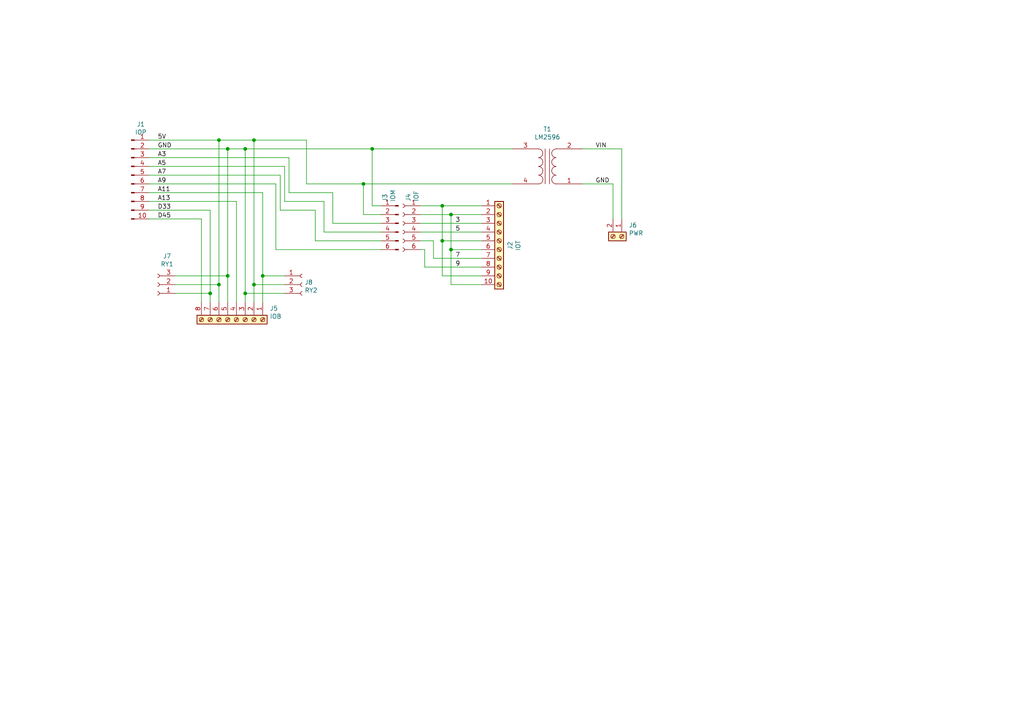
<source format=kicad_sch>
(kicad_sch (version 20230121) (generator eeschema)
  (paper "A4")
  (lib_symbols
    (symbol "Connector:Screw_Terminal_01x02" (pin_names (offset 1.016) hide)
      (property "Reference" "J" (at 0 2.54 0))
      (property "Value" "Screw_Terminal_01x02" (at 0 -5.08 0))
      (symbol "Screw_Terminal_01x02_1_1"
        (rectangle (start -1.27 1.27) (end 1.27 -3.81) (stroke (width 0.254)) (fill (type background)))
        (circle (center 0 -2.54) (radius 0.635) (stroke (width 0.1524)))
        (polyline (pts (xy -0.5334 -2.2098) (xy 0.3302 -3.048)) (stroke (width 0.1524)))
        (polyline (pts (xy -0.5334 0.3302) (xy 0.3302 -0.508)) (stroke (width 0.1524)))
        (polyline (pts (xy -0.3556 -2.032) (xy 0.508 -2.8702)) (stroke (width 0.1524)))
        (polyline (pts (xy -0.3556 0.508) (xy 0.508 -0.3302)) (stroke (width 0.1524)))
        (circle (center 0 0) (radius 0.635) (stroke (width 0.1524)))
        (pin passive line (at -5.08 0 0) (length 3.81) (name "Pin_1") (number "1"))
        (pin passive line (at -5.08 -2.54 0) (length 3.81) (name "Pin_2") (number "2"))
      )
    )
    (symbol "Connector:Screw_Terminal_01x08" (pin_names (offset 1.016) hide)
      (property "Reference" "J" (at 0 10.16 0))
      (property "Value" "Screw_Terminal_01x08" (at 0 -12.7 0))
      (symbol "Screw_Terminal_01x08_1_1"
        (rectangle (start -1.27 8.89) (end 1.27 -11.43) (stroke (width 0.254)) (fill (type background)))
        (circle (center 0 -10.16) (radius 0.635) (stroke (width 0.1524)))
        (circle (center 0 -7.62) (radius 0.635) (stroke (width 0.1524)))
        (circle (center 0 -5.08) (radius 0.635) (stroke (width 0.1524)))
        (circle (center 0 -2.54) (radius 0.635) (stroke (width 0.1524)))
        (polyline (pts (xy -0.5334 -9.8298) (xy 0.3302 -10.668)) (stroke (width 0.1524)))
        (polyline (pts (xy -0.5334 -7.2898) (xy 0.3302 -8.128)) (stroke (width 0.1524)))
        (polyline (pts (xy -0.5334 -4.7498) (xy 0.3302 -5.588)) (stroke (width 0.1524)))
        (polyline (pts (xy -0.5334 -2.2098) (xy 0.3302 -3.048)) (stroke (width 0.1524)))
        (polyline (pts (xy -0.5334 0.3302) (xy 0.3302 -0.508)) (stroke (width 0.1524)))
        (polyline (pts (xy -0.5334 2.8702) (xy 0.3302 2.032)) (stroke (width 0.1524)))
        (polyline (pts (xy -0.5334 5.4102) (xy 0.3302 4.572)) (stroke (width 0.1524)))
        (polyline (pts (xy -0.5334 7.9502) (xy 0.3302 7.112)) (stroke (width 0.1524)))
        (polyline (pts (xy -0.3556 -9.652) (xy 0.508 -10.4902)) (stroke (width 0.1524)))
        (polyline (pts (xy -0.3556 -7.112) (xy 0.508 -7.9502)) (stroke (width 0.1524)))
        (polyline (pts (xy -0.3556 -4.572) (xy 0.508 -5.4102)) (stroke (width 0.1524)))
        (polyline (pts (xy -0.3556 -2.032) (xy 0.508 -2.8702)) (stroke (width 0.1524)))
        (polyline (pts (xy -0.3556 0.508) (xy 0.508 -0.3302)) (stroke (width 0.1524)))
        (polyline (pts (xy -0.3556 3.048) (xy 0.508 2.2098)) (stroke (width 0.1524)))
        (polyline (pts (xy -0.3556 5.588) (xy 0.508 4.7498)) (stroke (width 0.1524)))
        (polyline (pts (xy -0.3556 8.128) (xy 0.508 7.2898)) (stroke (width 0.1524)))
        (circle (center 0 0) (radius 0.635) (stroke (width 0.1524)))
        (circle (center 0 2.54) (radius 0.635) (stroke (width 0.1524)))
        (circle (center 0 5.08) (radius 0.635) (stroke (width 0.1524)))
        (circle (center 0 7.62) (radius 0.635) (stroke (width 0.1524)))
        (pin passive line (at -5.08 7.62 0) (length 3.81) (name "Pin_1") (number "1"))
        (pin passive line (at -5.08 5.08 0) (length 3.81) (name "Pin_2") (number "2"))
        (pin passive line (at -5.08 2.54 0) (length 3.81) (name "Pin_3") (number "3"))
        (pin passive line (at -5.08 0 0) (length 3.81) (name "Pin_4") (number "4"))
        (pin passive line (at -5.08 -2.54 0) (length 3.81) (name "Pin_5") (number "5"))
        (pin passive line (at -5.08 -5.08 0) (length 3.81) (name "Pin_6") (number "6"))
        (pin passive line (at -5.08 -7.62 0) (length 3.81) (name "Pin_7") (number "7"))
        (pin passive line (at -5.08 -10.16 0) (length 3.81) (name "Pin_8") (number "8"))
      )
    )
    (symbol "Connector:Screw_Terminal_01x10" (pin_names (offset 1.016) hide)
      (property "Reference" "J" (at 0 12.7 0))
      (property "Value" "Screw_Terminal_01x10" (at 0 -15.24 0))
      (symbol "Screw_Terminal_01x10_1_1"
        (rectangle (start -1.27 11.43) (end 1.27 -13.97) (stroke (width 0.254)) (fill (type background)))
        (circle (center 0 -12.7) (radius 0.635) (stroke (width 0.1524)))
        (circle (center 0 -10.16) (radius 0.635) (stroke (width 0.1524)))
        (circle (center 0 -7.62) (radius 0.635) (stroke (width 0.1524)))
        (circle (center 0 -5.08) (radius 0.635) (stroke (width 0.1524)))
        (circle (center 0 -2.54) (radius 0.635) (stroke (width 0.1524)))
        (polyline (pts (xy -0.5334 -12.3698) (xy 0.3302 -13.208)) (stroke (width 0.1524)))
        (polyline (pts (xy -0.5334 -9.8298) (xy 0.3302 -10.668)) (stroke (width 0.1524)))
        (polyline (pts (xy -0.5334 -7.2898) (xy 0.3302 -8.128)) (stroke (width 0.1524)))
        (polyline (pts (xy -0.5334 -4.7498) (xy 0.3302 -5.588)) (stroke (width 0.1524)))
        (polyline (pts (xy -0.5334 -2.2098) (xy 0.3302 -3.048)) (stroke (width 0.1524)))
        (polyline (pts (xy -0.5334 0.3302) (xy 0.3302 -0.508)) (stroke (width 0.1524)))
        (polyline (pts (xy -0.5334 2.8702) (xy 0.3302 2.032)) (stroke (width 0.1524)))
        (polyline (pts (xy -0.5334 5.4102) (xy 0.3302 4.572)) (stroke (width 0.1524)))
        (polyline (pts (xy -0.5334 7.9502) (xy 0.3302 7.112)) (stroke (width 0.1524)))
        (polyline (pts (xy -0.5334 10.4902) (xy 0.3302 9.652)) (stroke (width 0.1524)))
        (polyline (pts (xy -0.3556 -12.192) (xy 0.508 -13.0302)) (stroke (width 0.1524)))
        (polyline (pts (xy -0.3556 -9.652) (xy 0.508 -10.4902)) (stroke (width 0.1524)))
        (polyline (pts (xy -0.3556 -7.112) (xy 0.508 -7.9502)) (stroke (width 0.1524)))
        (polyline (pts (xy -0.3556 -4.572) (xy 0.508 -5.4102)) (stroke (width 0.1524)))
        (polyline (pts (xy -0.3556 -2.032) (xy 0.508 -2.8702)) (stroke (width 0.1524)))
        (polyline (pts (xy -0.3556 0.508) (xy 0.508 -0.3302)) (stroke (width 0.1524)))
        (polyline (pts (xy -0.3556 3.048) (xy 0.508 2.2098)) (stroke (width 0.1524)))
        (polyline (pts (xy -0.3556 5.588) (xy 0.508 4.7498)) (stroke (width 0.1524)))
        (polyline (pts (xy -0.3556 8.128) (xy 0.508 7.2898)) (stroke (width 0.1524)))
        (polyline (pts (xy -0.3556 10.668) (xy 0.508 9.8298)) (stroke (width 0.1524)))
        (circle (center 0 0) (radius 0.635) (stroke (width 0.1524)))
        (circle (center 0 2.54) (radius 0.635) (stroke (width 0.1524)))
        (circle (center 0 5.08) (radius 0.635) (stroke (width 0.1524)))
        (circle (center 0 7.62) (radius 0.635) (stroke (width 0.1524)))
        (circle (center 0 10.16) (radius 0.635) (stroke (width 0.1524)))
        (pin passive line (at -5.08 10.16 0) (length 3.81) (name "Pin_1") (number "1"))
        (pin passive line (at -5.08 -12.7 0) (length 3.81) (name "Pin_10") (number "10"))
        (pin passive line (at -5.08 7.62 0) (length 3.81) (name "Pin_2") (number "2"))
        (pin passive line (at -5.08 5.08 0) (length 3.81) (name "Pin_3") (number "3"))
        (pin passive line (at -5.08 2.54 0) (length 3.81) (name "Pin_4") (number "4"))
        (pin passive line (at -5.08 0 0) (length 3.81) (name "Pin_5") (number "5"))
        (pin passive line (at -5.08 -2.54 0) (length 3.81) (name "Pin_6") (number "6"))
        (pin passive line (at -5.08 -5.08 0) (length 3.81) (name "Pin_7") (number "7"))
        (pin passive line (at -5.08 -7.62 0) (length 3.81) (name "Pin_8") (number "8"))
        (pin passive line (at -5.08 -10.16 0) (length 3.81) (name "Pin_9") (number "9"))
      )
    )
    (symbol "Device:Transformer_1P_1S" (pin_names (offset 1.016) hide)
      (property "Reference" "T" (at 0 6.35 0))
      (property "Value" "Transformer_1P_1S" (at 0 -7.62 0))
      (symbol "Transformer_1P_1S_0_1"
        (arc (start -2.54 -5.0546) (mid -1.6599 -4.6901) (end -1.27 -3.81))
        (arc (start -2.54 -2.5146) (mid -1.6599 -2.1501) (end -1.27 -1.27))
        (arc (start -2.54 0.0254) (mid -1.6599 0.3899) (end -1.27 1.27))
        (arc (start -2.54 2.5654) (mid -1.6599 2.9299) (end -1.27 3.81))
        (arc (start -1.27 -3.81) (mid -1.642 -2.912) (end -2.54 -2.54))
        (arc (start -1.27 -1.27) (mid -1.642 -0.372) (end -2.54 0))
        (arc (start -1.27 1.27) (mid -1.642 2.168) (end -2.54 2.54))
        (arc (start -1.27 3.81) (mid -1.642 4.708) (end -2.54 5.08))
        (polyline (pts (xy -0.635 5.08) (xy -0.635 -5.08)))
        (polyline (pts (xy 0.635 -5.08) (xy 0.635 5.08)))
        (arc (start 1.2954 -1.27) (mid 1.6599 -2.1501) (end 2.54 -2.5146))
        (arc (start 1.2954 1.27) (mid 1.6599 0.3899) (end 2.54 0.0254))
        (arc (start 1.2954 3.81) (mid 1.6599 2.9299) (end 2.54 2.5654))
        (arc (start 1.3208 -3.81) (mid 1.6853 -4.6901) (end 2.5654 -5.0546))
        (arc (start 2.54 0) (mid 1.642 -0.372) (end 1.2954 -1.27))
        (arc (start 2.54 2.54) (mid 1.642 2.168) (end 1.2954 1.27))
        (arc (start 2.54 5.08) (mid 1.642 4.708) (end 1.2954 3.81))
        (arc (start 2.5654 -2.54) (mid 1.6674 -2.912) (end 1.3208 -3.81))
      )
      (symbol "Transformer_1P_1S_1_1"
        (pin passive line (at -10.16 5.08 0) (length 7.62) (name "AA") (number "1"))
        (pin passive line (at -10.16 -5.08 0) (length 7.62) (name "AB") (number "2"))
        (pin passive line (at 10.16 -5.08 180) (length 7.62) (name "SA") (number "3"))
        (pin passive line (at 10.16 5.08 180) (length 7.62) (name "SB") (number "4"))
      )
    )
    (symbol "SIOST-rescue:Conn_01x03_Female-Connector" (pin_names (offset 1.016) hide)
      (property "Reference" "J" (at 0 5.08 0))
      (property "Value" "Connector_Conn_01x03_Female" (at 0 -5.08 0))
      (symbol "Conn_01x03_Female-Connector_1_1"
        (arc (start 0 -2.032) (mid -0.5058 -2.54) (end 0 -3.048) (stroke (width 0.1524)))
        (polyline (pts (xy -1.27 -2.54) (xy -0.508 -2.54)) (stroke (width 0.1524)))
        (polyline (pts (xy -1.27 0) (xy -0.508 0)) (stroke (width 0.1524)))
        (polyline (pts (xy -1.27 2.54) (xy -0.508 2.54)) (stroke (width 0.1524)))
        (arc (start 0 0.508) (mid -0.5058 0) (end 0 -0.508) (stroke (width 0.1524)))
        (arc (start 0 3.048) (mid -0.5058 2.54) (end 0 2.032) (stroke (width 0.1524)))
        (pin passive line (at -5.08 2.54 0) (length 3.81) (name "Pin_1") (number "1"))
        (pin passive line (at -5.08 0 0) (length 3.81) (name "Pin_2") (number "2"))
        (pin passive line (at -5.08 -2.54 0) (length 3.81) (name "Pin_3") (number "3"))
      )
    )
    (symbol "SIOST-rescue:Conn_01x06_Female-Connector" (pin_names (offset 1.016) hide)
      (property "Reference" "J" (at 0 7.62 0))
      (property "Value" "Connector_Conn_01x06_Female" (at 0 -10.16 0))
      (symbol "Conn_01x06_Female-Connector_1_1"
        (arc (start 0 -7.112) (mid -0.5058 -7.62) (end 0 -8.128) (stroke (width 0.1524)))
        (arc (start 0 -4.572) (mid -0.5058 -5.08) (end 0 -5.588) (stroke (width 0.1524)))
        (arc (start 0 -2.032) (mid -0.5058 -2.54) (end 0 -3.048) (stroke (width 0.1524)))
        (polyline (pts (xy -1.27 -7.62) (xy -0.508 -7.62)) (stroke (width 0.1524)))
        (polyline (pts (xy -1.27 -5.08) (xy -0.508 -5.08)) (stroke (width 0.1524)))
        (polyline (pts (xy -1.27 -2.54) (xy -0.508 -2.54)) (stroke (width 0.1524)))
        (polyline (pts (xy -1.27 0) (xy -0.508 0)) (stroke (width 0.1524)))
        (polyline (pts (xy -1.27 2.54) (xy -0.508 2.54)) (stroke (width 0.1524)))
        (polyline (pts (xy -1.27 5.08) (xy -0.508 5.08)) (stroke (width 0.1524)))
        (arc (start 0 0.508) (mid -0.5058 0) (end 0 -0.508) (stroke (width 0.1524)))
        (arc (start 0 3.048) (mid -0.5058 2.54) (end 0 2.032) (stroke (width 0.1524)))
        (arc (start 0 5.588) (mid -0.5058 5.08) (end 0 4.572) (stroke (width 0.1524)))
        (pin passive line (at -5.08 5.08 0) (length 3.81) (name "Pin_1") (number "1"))
        (pin passive line (at -5.08 2.54 0) (length 3.81) (name "Pin_2") (number "2"))
        (pin passive line (at -5.08 0 0) (length 3.81) (name "Pin_3") (number "3"))
        (pin passive line (at -5.08 -2.54 0) (length 3.81) (name "Pin_4") (number "4"))
        (pin passive line (at -5.08 -5.08 0) (length 3.81) (name "Pin_5") (number "5"))
        (pin passive line (at -5.08 -7.62 0) (length 3.81) (name "Pin_6") (number "6"))
      )
    )
    (symbol "SIOST-rescue:Conn_01x06_Male-Connector" (pin_names (offset 1.016) hide)
      (property "Reference" "J" (at 0 7.62 0))
      (property "Value" "Connector_Conn_01x06_Male" (at 0 -10.16 0))
      (symbol "Conn_01x06_Male-Connector_1_1"
        (polyline (pts (xy 1.27 -7.62) (xy 0.8636 -7.62)) (stroke (width 0.1524)))
        (polyline (pts (xy 1.27 -5.08) (xy 0.8636 -5.08)) (stroke (width 0.1524)))
        (polyline (pts (xy 1.27 -2.54) (xy 0.8636 -2.54)) (stroke (width 0.1524)))
        (polyline (pts (xy 1.27 0) (xy 0.8636 0)) (stroke (width 0.1524)))
        (polyline (pts (xy 1.27 2.54) (xy 0.8636 2.54)) (stroke (width 0.1524)))
        (polyline (pts (xy 1.27 5.08) (xy 0.8636 5.08)) (stroke (width 0.1524)))
        (rectangle (start 0.8636 -7.493) (end 0 -7.747) (stroke (width 0.1524)) (fill (type outline)))
        (rectangle (start 0.8636 -4.953) (end 0 -5.207) (stroke (width 0.1524)) (fill (type outline)))
        (rectangle (start 0.8636 -2.413) (end 0 -2.667) (stroke (width 0.1524)) (fill (type outline)))
        (rectangle (start 0.8636 0.127) (end 0 -0.127) (stroke (width 0.1524)) (fill (type outline)))
        (rectangle (start 0.8636 2.667) (end 0 2.413) (stroke (width 0.1524)) (fill (type outline)))
        (rectangle (start 0.8636 5.207) (end 0 4.953) (stroke (width 0.1524)) (fill (type outline)))
        (pin passive line (at 5.08 5.08 180) (length 3.81) (name "Pin_1") (number "1"))
        (pin passive line (at 5.08 2.54 180) (length 3.81) (name "Pin_2") (number "2"))
        (pin passive line (at 5.08 0 180) (length 3.81) (name "Pin_3") (number "3"))
        (pin passive line (at 5.08 -2.54 180) (length 3.81) (name "Pin_4") (number "4"))
        (pin passive line (at 5.08 -5.08 180) (length 3.81) (name "Pin_5") (number "5"))
        (pin passive line (at 5.08 -7.62 180) (length 3.81) (name "Pin_6") (number "6"))
      )
    )
    (symbol "SIOST-rescue:Conn_01x10_Male-Connector" (pin_names (offset 1.016) hide)
      (property "Reference" "J" (at 0 12.7 0))
      (property "Value" "Connector_Conn_01x10_Male" (at 0 -15.24 0))
      (symbol "Conn_01x10_Male-Connector_1_1"
        (polyline (pts (xy 1.27 -12.7) (xy 0.8636 -12.7)) (stroke (width 0.1524)))
        (polyline (pts (xy 1.27 -10.16) (xy 0.8636 -10.16)) (stroke (width 0.1524)))
        (polyline (pts (xy 1.27 -7.62) (xy 0.8636 -7.62)) (stroke (width 0.1524)))
        (polyline (pts (xy 1.27 -5.08) (xy 0.8636 -5.08)) (stroke (width 0.1524)))
        (polyline (pts (xy 1.27 -2.54) (xy 0.8636 -2.54)) (stroke (width 0.1524)))
        (polyline (pts (xy 1.27 0) (xy 0.8636 0)) (stroke (width 0.1524)))
        (polyline (pts (xy 1.27 2.54) (xy 0.8636 2.54)) (stroke (width 0.1524)))
        (polyline (pts (xy 1.27 5.08) (xy 0.8636 5.08)) (stroke (width 0.1524)))
        (polyline (pts (xy 1.27 7.62) (xy 0.8636 7.62)) (stroke (width 0.1524)))
        (polyline (pts (xy 1.27 10.16) (xy 0.8636 10.16)) (stroke (width 0.1524)))
        (rectangle (start 0.8636 -12.573) (end 0 -12.827) (stroke (width 0.1524)) (fill (type outline)))
        (rectangle (start 0.8636 -10.033) (end 0 -10.287) (stroke (width 0.1524)) (fill (type outline)))
        (rectangle (start 0.8636 -7.493) (end 0 -7.747) (stroke (width 0.1524)) (fill (type outline)))
        (rectangle (start 0.8636 -4.953) (end 0 -5.207) (stroke (width 0.1524)) (fill (type outline)))
        (rectangle (start 0.8636 -2.413) (end 0 -2.667) (stroke (width 0.1524)) (fill (type outline)))
        (rectangle (start 0.8636 0.127) (end 0 -0.127) (stroke (width 0.1524)) (fill (type outline)))
        (rectangle (start 0.8636 2.667) (end 0 2.413) (stroke (width 0.1524)) (fill (type outline)))
        (rectangle (start 0.8636 5.207) (end 0 4.953) (stroke (width 0.1524)) (fill (type outline)))
        (rectangle (start 0.8636 7.747) (end 0 7.493) (stroke (width 0.1524)) (fill (type outline)))
        (rectangle (start 0.8636 10.287) (end 0 10.033) (stroke (width 0.1524)) (fill (type outline)))
        (pin passive line (at 5.08 10.16 180) (length 3.81) (name "Pin_1") (number "1"))
        (pin passive line (at 5.08 -12.7 180) (length 3.81) (name "Pin_10") (number "10"))
        (pin passive line (at 5.08 7.62 180) (length 3.81) (name "Pin_2") (number "2"))
        (pin passive line (at 5.08 5.08 180) (length 3.81) (name "Pin_3") (number "3"))
        (pin passive line (at 5.08 2.54 180) (length 3.81) (name "Pin_4") (number "4"))
        (pin passive line (at 5.08 0 180) (length 3.81) (name "Pin_5") (number "5"))
        (pin passive line (at 5.08 -2.54 180) (length 3.81) (name "Pin_6") (number "6"))
        (pin passive line (at 5.08 -5.08 180) (length 3.81) (name "Pin_7") (number "7"))
        (pin passive line (at 5.08 -7.62 180) (length 3.81) (name "Pin_8") (number "8"))
        (pin passive line (at 5.08 -10.16 180) (length 3.81) (name "Pin_9") (number "9"))
      )
    )
  )
  (junction (at 66.04 80.01))
  (junction (at 63.5 40.64))
  (junction (at 128.27 59.69))
  (junction (at 73.66 82.55))
  (junction (at 60.96 85.09))
  (junction (at 73.66 40.64))
  (junction (at 130.81 72.39))
  (junction (at 107.95 43.18))
  (junction (at 76.2 80.01))
  (junction (at 71.12 85.09))
  (junction (at 130.81 62.23))
  (junction (at 66.04 43.18))
  (junction (at 63.5 82.55))
  (junction (at 128.27 69.85))
  (junction (at 105.41 53.34))
  (junction (at 71.12 43.18))
  (wire (pts (xy 107.95 43.18) (xy 148.59 43.18)))
  (wire (pts (xy 168.91 43.18) (xy 180.34 43.18)))
  (wire (pts (xy 107.95 59.69) (xy 107.95 43.18)))
  (wire (pts (xy 73.66 82.55) (xy 73.66 87.63)))
  (wire (pts (xy 82.55 85.09) (xy 71.12 85.09)))
  (wire (pts (xy 80.01 53.34) (xy 80.01 72.39)))
  (wire (pts (xy 82.55 48.26) (xy 82.55 58.42)))
  (wire (pts (xy 110.49 59.69) (xy 107.95 59.69)))
  (wire (pts (xy 76.2 55.88) (xy 76.2 80.01)))
  (wire (pts (xy 121.92 64.77) (xy 139.7 64.77)))
  (wire (pts (xy 128.27 80.01) (xy 128.27 69.85)))
  (wire (pts (xy 71.12 85.09) (xy 71.12 43.18)))
  (wire (pts (xy 130.81 72.39) (xy 139.7 72.39)))
  (wire (pts (xy 139.7 82.55) (xy 130.81 82.55)))
  (wire (pts (xy 139.7 80.01) (xy 128.27 80.01)))
  (wire (pts (xy 93.98 67.31) (xy 110.49 67.31)))
  (wire (pts (xy 73.66 40.64) (xy 88.9 40.64)))
  (wire (pts (xy 110.49 62.23) (xy 105.41 62.23)))
  (wire (pts (xy 82.55 82.55) (xy 73.66 82.55)))
  (wire (pts (xy 91.44 69.85) (xy 110.49 69.85)))
  (wire (pts (xy 43.18 50.8) (xy 81.28 50.8)))
  (wire (pts (xy 82.55 58.42) (xy 93.98 58.42)))
  (wire (pts (xy 130.81 62.23) (xy 130.81 72.39)))
  (wire (pts (xy 43.18 63.5) (xy 58.42 63.5)))
  (wire (pts (xy 63.5 40.64) (xy 73.66 40.64)))
  (wire (pts (xy 121.92 67.31) (xy 139.7 67.31)))
  (wire (pts (xy 43.18 55.88) (xy 76.2 55.88)))
  (wire (pts (xy 91.44 60.96) (xy 91.44 69.85)))
  (wire (pts (xy 68.58 58.42) (xy 68.58 87.63)))
  (wire (pts (xy 58.42 63.5) (xy 58.42 87.63)))
  (wire (pts (xy 71.12 43.18) (xy 107.95 43.18)))
  (wire (pts (xy 71.12 87.63) (xy 71.12 85.09)))
  (wire (pts (xy 66.04 43.18) (xy 66.04 80.01)))
  (wire (pts (xy 168.91 53.34) (xy 177.8 53.34)))
  (wire (pts (xy 66.04 80.01) (xy 66.04 87.63)))
  (wire (pts (xy 43.18 48.26) (xy 82.55 48.26)))
  (wire (pts (xy 43.18 58.42) (xy 68.58 58.42)))
  (wire (pts (xy 50.8 80.01) (xy 66.04 80.01)))
  (wire (pts (xy 123.19 72.39) (xy 123.19 77.47)))
  (wire (pts (xy 60.96 85.09) (xy 60.96 87.63)))
  (wire (pts (xy 121.92 69.85) (xy 125.73 69.85)))
  (wire (pts (xy 80.01 72.39) (xy 110.49 72.39)))
  (wire (pts (xy 123.19 77.47) (xy 139.7 77.47)))
  (wire (pts (xy 180.34 43.18) (xy 180.34 63.5)))
  (wire (pts (xy 83.82 55.88) (xy 96.52 55.88)))
  (wire (pts (xy 128.27 59.69) (xy 128.27 69.85)))
  (wire (pts (xy 121.92 72.39) (xy 123.19 72.39)))
  (wire (pts (xy 125.73 74.93) (xy 139.7 74.93)))
  (wire (pts (xy 73.66 40.64) (xy 73.66 82.55)))
  (wire (pts (xy 50.8 85.09) (xy 60.96 85.09)))
  (wire (pts (xy 148.59 53.34) (xy 105.41 53.34)))
  (wire (pts (xy 130.81 82.55) (xy 130.81 72.39)))
  (wire (pts (xy 96.52 64.77) (xy 110.49 64.77)))
  (wire (pts (xy 43.18 40.64) (xy 63.5 40.64)))
  (wire (pts (xy 121.92 59.69) (xy 128.27 59.69)))
  (wire (pts (xy 63.5 40.64) (xy 63.5 82.55)))
  (wire (pts (xy 105.41 53.34) (xy 88.9 53.34)))
  (wire (pts (xy 130.81 62.23) (xy 139.7 62.23)))
  (wire (pts (xy 81.28 50.8) (xy 81.28 60.96)))
  (wire (pts (xy 128.27 69.85) (xy 139.7 69.85)))
  (wire (pts (xy 43.18 60.96) (xy 60.96 60.96)))
  (wire (pts (xy 88.9 53.34) (xy 88.9 40.64)))
  (wire (pts (xy 76.2 80.01) (xy 76.2 87.63)))
  (wire (pts (xy 93.98 58.42) (xy 93.98 67.31)))
  (wire (pts (xy 82.55 80.01) (xy 76.2 80.01)))
  (wire (pts (xy 43.18 43.18) (xy 66.04 43.18)))
  (wire (pts (xy 81.28 60.96) (xy 91.44 60.96)))
  (wire (pts (xy 66.04 43.18) (xy 71.12 43.18)))
  (wire (pts (xy 43.18 45.72) (xy 83.82 45.72)))
  (wire (pts (xy 105.41 62.23) (xy 105.41 53.34)))
  (wire (pts (xy 125.73 69.85) (xy 125.73 74.93)))
  (wire (pts (xy 60.96 60.96) (xy 60.96 85.09)))
  (wire (pts (xy 96.52 55.88) (xy 96.52 64.77)))
  (wire (pts (xy 121.92 62.23) (xy 130.81 62.23)))
  (wire (pts (xy 50.8 82.55) (xy 63.5 82.55)))
  (wire (pts (xy 128.27 59.69) (xy 139.7 59.69)))
  (wire (pts (xy 83.82 45.72) (xy 83.82 55.88)))
  (wire (pts (xy 177.8 53.34) (xy 177.8 63.5)))
  (wire (pts (xy 63.5 82.55) (xy 63.5 87.63)))
  (wire (pts (xy 43.18 53.34) (xy 80.01 53.34)))
  (label "3" (at 132.08 64.77 0))
  (label "GND" (at 45.72 43.18 0))
  (label "A11" (at 45.72 55.88 0))
  (label "GND" (at 172.72 53.34 0))
  (label "A3" (at 45.72 45.72 0))
  (label "A9" (at 45.72 53.34 0))
  (label "7" (at 132.08 74.93 0))
  (label "5" (at 132.08 67.31 0))
  (label "5V" (at 45.72 40.64 0))
  (label "VIN" (at 172.72 43.18 0))
  (label "D45" (at 45.72 63.5 0))
  (label "D33" (at 45.72 60.96 0))
  (label "A13" (at 45.72 58.42 0))
  (label "A7" (at 45.72 50.8 0))
  (label "9" (at 132.08 77.47 0))
  (label "A5" (at 45.72 48.26 0))
  (symbol (lib_id "SIOST-rescue:Conn_01x10_Male-Connector") (at 38.1 50.8 0) (unit 1)
    (property "Reference" "J1" (at 40.8432 36.0426 0))
    (property "Value" "IOP" (at 40.8432 38.354 0))
    (property "Footprint" "Connector_PinHeader_2.54mm:PinHeader_1x10_P2.54mm_Vertical" (effects hide))
  )
  (symbol (lib_id "Device:Transformer_1P_1S") (at 158.75 48.26 180) (unit 1)
    (property "Reference" "T1" (at 158.75 37.465 0))
    (property "Value" "LM2596" (at 158.75 39.7764 0))
    (property "Footprint" "Transformer_THT:Transformer_Toroid_Horizontal_D18.0mm" (effects hide))
  )
  (symbol (lib_id "SIOST-rescue:Conn_01x06_Male-Connector") (at 115.57 64.77 0) (mirror y) (unit 1)
    (property "Reference" "J3" (at 111.6584 58.5724 90) (effects (justify left)))
    (property "Value" "IOM" (at 113.9698 58.5724 90) (effects (justify left)))
    (property "Footprint" "Connector_PinHeader_2.54mm:PinHeader_1x06_P2.54mm_Vertical" (effects hide))
  )
  (symbol (lib_id "Connector:Screw_Terminal_01x02") (at 180.34 68.58 270) (unit 1)
    (property "Reference" "J6" (at 182.372 65.3288 90) (effects (justify left)))
    (property "Value" "PWR" (at 182.372 67.6402 90) (effects (justify left)))
    (property "Footprint" "TerminalBlock_Phoenix:TerminalBlock_Phoenix_MKDS-1,5-2-5.08_1x02_P5.08mm_Horizontal" (effects hide))
  )
  (symbol (lib_id "Connector:Screw_Terminal_01x10") (at 144.78 69.85 0) (unit 1)
    (property "Reference" "J2" (at 147.955 71.2216 90))
    (property "Value" "IOT" (at 150.2664 71.2216 90))
    (property "Footprint" "TerminalBlock_Phoenix:TerminalBlock_Phoenix_MKDS-1,5-10-5.08_1x10_P5.08mm_Horizontal" (effects hide))
  )
  (symbol (lib_id "SIOST-rescue:Conn_01x06_Female-Connector") (at 116.84 64.77 0) (mirror y) (unit 1)
    (property "Reference" "J4" (at 118.4148 58.4708 90) (effects (justify left)))
    (property "Value" "IOF" (at 120.7262 58.4708 90) (effects (justify left)))
    (property "Footprint" "Connector_PinSocket_2.54mm:PinSocket_1x06_P2.54mm_Vertical" (effects hide))
  )
  (symbol (lib_id "Connector:Screw_Terminal_01x08") (at 68.58 92.71 270) (unit 1)
    (property "Reference" "J5" (at 78.232 89.4588 90) (effects (justify left)))
    (property "Value" "IOB" (at 78.232 91.7702 90) (effects (justify left)))
    (property "Footprint" "TerminalBlock_Phoenix:TerminalBlock_Phoenix_MKDS-1,5-8-5.08_1x08_P5.08mm_Horizontal" (effects hide))
  )
  (symbol (lib_id "SIOST-rescue:Conn_01x03_Female-Connector") (at 87.63 82.55 0) (unit 1)
    (property "Reference" "J8" (at 88.3412 81.8896 0) (effects (justify left)))
    (property "Value" "RY2" (at 88.3412 84.201 0) (effects (justify left)))
    (property "Footprint" "Connector_PinSocket_2.54mm:PinSocket_1x03_P2.54mm_Vertical" (effects hide))
  )
  (symbol (lib_id "SIOST-rescue:Conn_01x03_Female-Connector") (at 45.72 82.55 180) (unit 1)
    (property "Reference" "J7" (at 48.4632 74.295 0))
    (property "Value" "RY1" (at 48.4632 76.6064 0))
    (property "Footprint" "Connector_PinSocket_2.54mm:PinSocket_1x03_P2.54mm_Vertical" (effects hide))
  )
)
</source>
